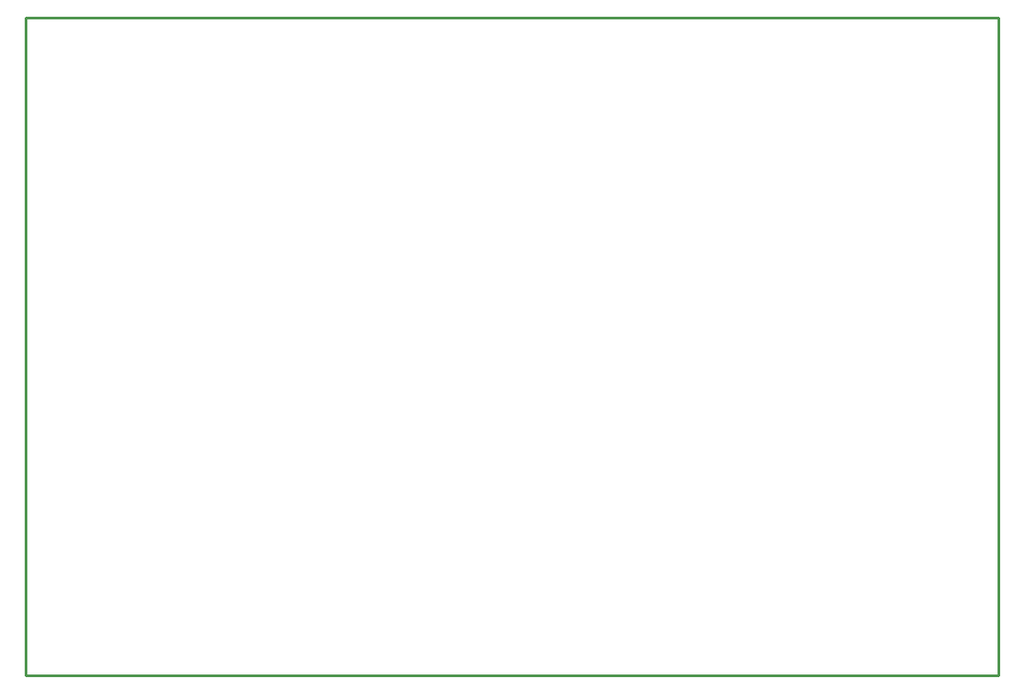
<source format=gko>
G04 EAGLE Gerber RS-274X export*
G75*
%MOMM*%
%FSLAX34Y34*%
%LPD*%
%INBoard Outline*%
%IPPOS*%
%AMOC8*
5,1,8,0,0,1.08239X$1,22.5*%
G01*
%ADD10C,0.254000*%


D10*
X0Y0D02*
X933250Y0D01*
X933250Y631700D01*
X0Y631700D01*
X0Y0D01*
M02*

</source>
